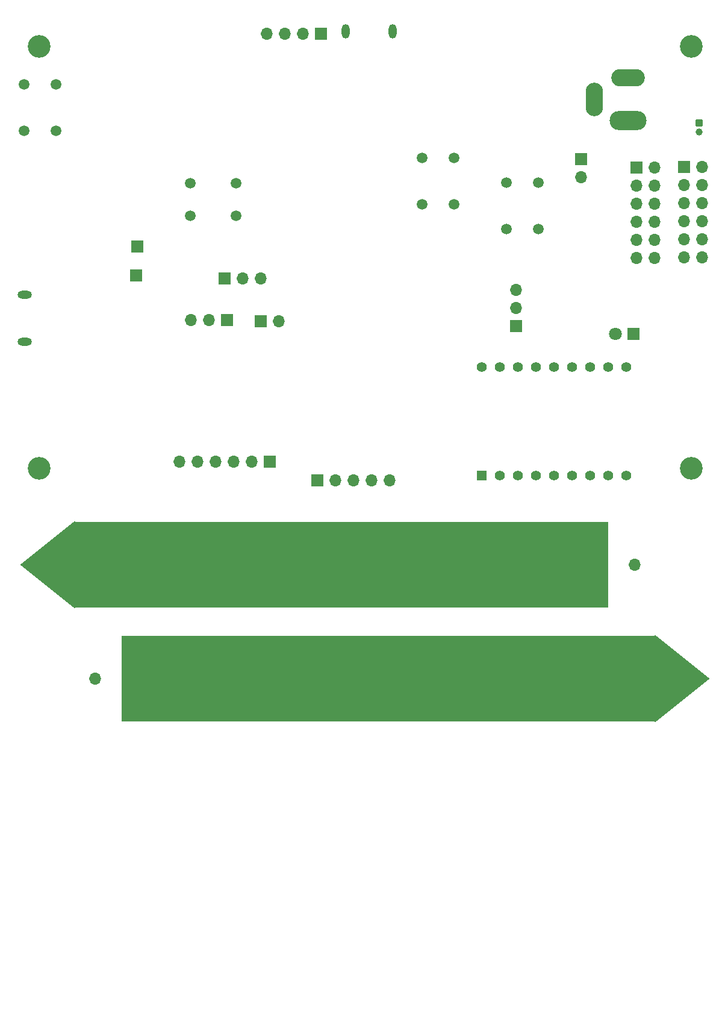
<source format=gbr>
%TF.GenerationSoftware,KiCad,Pcbnew,7.0.6*%
%TF.CreationDate,2023-11-01T15:52:39-07:00*%
%TF.ProjectId,Deliverable4_schematics,44656c69-7665-4726-9162-6c65345f7363,rev?*%
%TF.SameCoordinates,Original*%
%TF.FileFunction,Soldermask,Bot*%
%TF.FilePolarity,Negative*%
%FSLAX46Y46*%
G04 Gerber Fmt 4.6, Leading zero omitted, Abs format (unit mm)*
G04 Created by KiCad (PCBNEW 7.0.6) date 2023-11-01 15:52:39*
%MOMM*%
%LPD*%
G01*
G04 APERTURE LIST*
G04 Aperture macros list*
%AMRoundRect*
0 Rectangle with rounded corners*
0 $1 Rounding radius*
0 $2 $3 $4 $5 $6 $7 $8 $9 X,Y pos of 4 corners*
0 Add a 4 corners polygon primitive as box body*
4,1,4,$2,$3,$4,$5,$6,$7,$8,$9,$2,$3,0*
0 Add four circle primitives for the rounded corners*
1,1,$1+$1,$2,$3*
1,1,$1+$1,$4,$5*
1,1,$1+$1,$6,$7*
1,1,$1+$1,$8,$9*
0 Add four rect primitives between the rounded corners*
20,1,$1+$1,$2,$3,$4,$5,0*
20,1,$1+$1,$4,$5,$6,$7,0*
20,1,$1+$1,$6,$7,$8,$9,0*
20,1,$1+$1,$8,$9,$2,$3,0*%
%AMFreePoly0*
4,1,44,6.000000,-37.400000,6.017209,-37.405591,6.035282,-37.406431,6.045874,-37.414905,6.058779,-37.419098,6.069415,-37.433737,6.083542,-37.445039,6.087130,-37.458121,6.095106,-37.469098,6.095106,-37.487191,6.099893,-37.504641,6.095106,-37.517336,6.095106,-37.530902,6.084470,-37.545539,6.078087,-37.562470,0.078087,-45.062470,0.055956,-45.077029,0.035282,-45.093569,0.030476,-45.093792,0.026455,-45.096438,
-0.000010,-45.095208,-0.026455,-45.096437,-0.030473,-45.093793,-0.035282,-45.093570,-0.055970,-45.077019,-0.078087,-45.062469,-6.078087,-37.562470,-6.084470,-37.545540,-6.095106,-37.530902,-6.095106,-37.517335,-6.099893,-37.504640,-6.095106,-37.487189,-6.095106,-37.469098,-6.087132,-37.458123,-6.083543,-37.445039,-6.069413,-37.433735,-6.058779,-37.419098,-6.045876,-37.414905,-6.035282,-37.406430,-6.017205,-37.405590,
-6.000000,-37.400000,-6.000000,37.500000,6.000000,37.500000,6.000000,-37.400000,6.000000,-37.400000,$1*%
G04 Aperture macros list end*
%ADD10O,1.700000X1.700000*%
%ADD11FreePoly0,90.000000*%
%ADD12FreePoly0,270.000000*%
%ADD13O,1.104000X2.004000*%
%ADD14R,1.700000X1.700000*%
%ADD15RoundRect,0.102000X0.604000X-0.604000X0.604000X0.604000X-0.604000X0.604000X-0.604000X-0.604000X0*%
%ADD16C,1.412000*%
%ADD17O,5.204000X2.704000*%
%ADD18O,4.704000X2.454000*%
%ADD19O,2.454000X4.704000*%
%ADD20C,3.200000*%
%ADD21RoundRect,0.076200X-0.425000X0.425000X-0.425000X-0.425000X0.425000X-0.425000X0.425000X0.425000X0*%
%ADD22C,1.002400*%
%ADD23C,1.507998*%
%ADD24R,1.800000X1.800000*%
%ADD25C,1.800000*%
%ADD26O,2.004000X1.104000*%
G04 APERTURE END LIST*
D10*
%TO.C,U10*%
X184609000Y-166800000D03*
D11*
X225841000Y-166810000D03*
%TD*%
D10*
%TO.C,U11*%
X260491000Y-150800000D03*
D12*
X219259000Y-150790000D03*
%TD*%
D13*
%TO.C,J7*%
X226400000Y-75900000D03*
X219800000Y-75900000D03*
%TD*%
D14*
%TO.C,J2*%
X209200000Y-136300000D03*
D10*
X206660000Y-136300000D03*
X204120000Y-136300000D03*
X201580000Y-136300000D03*
X199040000Y-136300000D03*
X196500000Y-136300000D03*
%TD*%
D15*
%TO.C,D7*%
X238940000Y-138320000D03*
D16*
X241480000Y-138320000D03*
X244020000Y-138320000D03*
X246560000Y-138320000D03*
X249100000Y-138320000D03*
X251640000Y-138320000D03*
X254180000Y-138320000D03*
X256720000Y-138320000D03*
X259260000Y-138320000D03*
X259260000Y-123080000D03*
X256720000Y-123080000D03*
X254180000Y-123080000D03*
X251640000Y-123080000D03*
X249100000Y-123080000D03*
X246560000Y-123080000D03*
X244020000Y-123080000D03*
X241480000Y-123080000D03*
X238940000Y-123080000D03*
%TD*%
D17*
%TO.C,J5*%
X259526193Y-88412500D03*
D18*
X259526193Y-82412500D03*
D19*
X254826193Y-85412500D03*
%TD*%
D14*
%TO.C,SW2*%
X207900000Y-116600000D03*
D10*
X210440000Y-116600000D03*
%TD*%
D20*
%TO.C,H1*%
X268400000Y-78000000D03*
%TD*%
D14*
%TO.C,J3*%
X267400000Y-94970000D03*
D10*
X269940000Y-94970000D03*
X267400000Y-97510000D03*
X269940000Y-97510000D03*
X267400000Y-100050000D03*
X269940000Y-100050000D03*
X267400000Y-102590000D03*
X269940000Y-102590000D03*
X267400000Y-105130000D03*
X269940000Y-105130000D03*
X267400000Y-107670000D03*
X269940000Y-107670000D03*
%TD*%
D14*
%TO.C,J11*%
X202775000Y-110600000D03*
D10*
X205315000Y-110600000D03*
X207855000Y-110600000D03*
%TD*%
D14*
%TO.C,J4*%
X260760000Y-95000000D03*
D10*
X263300000Y-95000000D03*
X260760000Y-97540000D03*
X263300000Y-97540000D03*
X260760000Y-100080000D03*
X263300000Y-100080000D03*
X260760000Y-102620000D03*
X263300000Y-102620000D03*
X260760000Y-105160000D03*
X263300000Y-105160000D03*
X260760000Y-107700000D03*
X263300000Y-107700000D03*
%TD*%
D20*
%TO.C,H2*%
X176700000Y-78000000D03*
%TD*%
D14*
%TO.C,U3*%
X190400000Y-110200000D03*
%TD*%
%TO.C,J10*%
X215840000Y-139000000D03*
D10*
X218380000Y-139000000D03*
X220920000Y-139000000D03*
X223460000Y-139000000D03*
X226000000Y-139000000D03*
%TD*%
D20*
%TO.C,H3*%
X268400000Y-137300000D03*
%TD*%
D14*
%TO.C,J6*%
X203125000Y-116400000D03*
D10*
X200585000Y-116400000D03*
X198045000Y-116400000D03*
%TD*%
D14*
%TO.C,U2*%
X190500000Y-106100000D03*
%TD*%
D21*
%TO.C,M1*%
X269525000Y-88762500D03*
D22*
X269525000Y-90012500D03*
%TD*%
D23*
%TO.C,SW4*%
X197949999Y-97254900D03*
X204450001Y-97254900D03*
X197949999Y-101754901D03*
X204450001Y-101754901D03*
%TD*%
%TO.C,SW5*%
X235045100Y-93649999D03*
X235045100Y-100150001D03*
X230545099Y-93649999D03*
X230545099Y-100150001D03*
%TD*%
D24*
%TO.C,D15*%
X260300000Y-118400000D03*
D25*
X257760000Y-118400000D03*
%TD*%
D14*
%TO.C,J13*%
X243800000Y-117300000D03*
D10*
X243800000Y-114760000D03*
X243800000Y-112220000D03*
%TD*%
D14*
%TO.C,J12*%
X252900000Y-93800000D03*
D10*
X252900000Y-96340000D03*
%TD*%
D14*
%TO.C,J1*%
X216340000Y-76200000D03*
D10*
X213800000Y-76200000D03*
X211260000Y-76200000D03*
X208720000Y-76200000D03*
%TD*%
D26*
%TO.C,J9*%
X174662500Y-112900000D03*
X174662500Y-119500000D03*
%TD*%
D23*
%TO.C,SW3*%
X179145100Y-83349999D03*
X179145100Y-89850001D03*
X174645099Y-83349999D03*
X174645099Y-89850001D03*
%TD*%
D20*
%TO.C,H4*%
X176700000Y-137300000D03*
%TD*%
D23*
%TO.C,SW1*%
X246945100Y-97149999D03*
X246945100Y-103650001D03*
X242445099Y-97149999D03*
X242445099Y-103650001D03*
%TD*%
M02*

</source>
